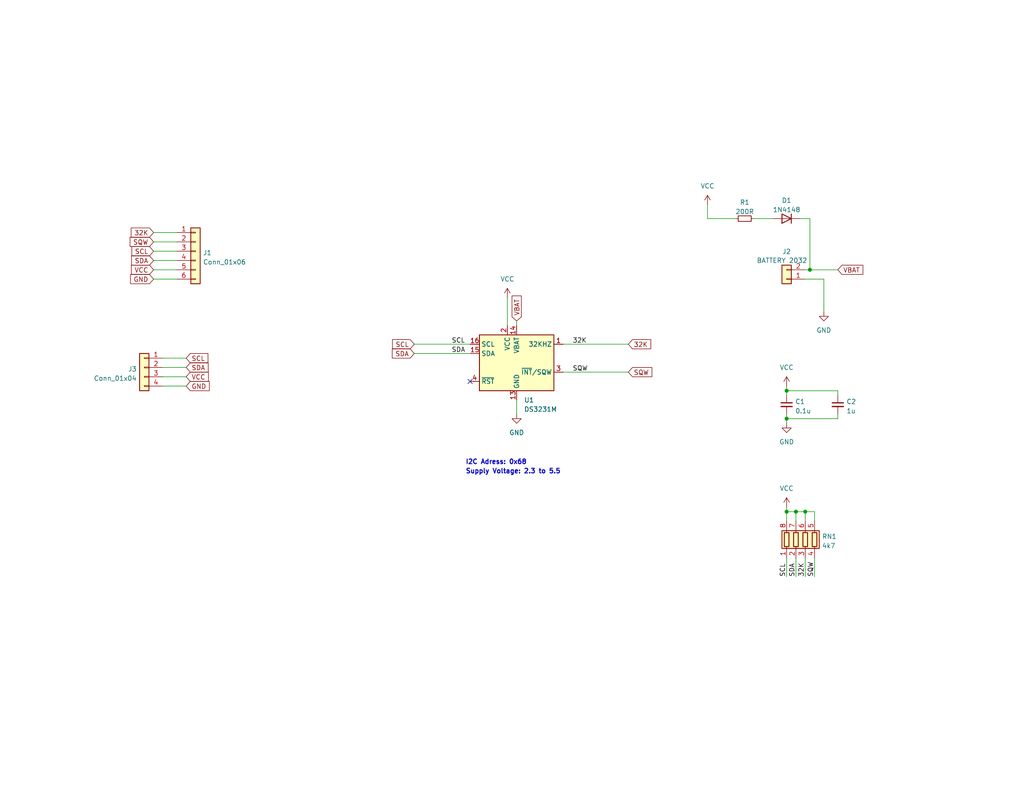
<source format=kicad_sch>
(kicad_sch (version 20211123) (generator eeschema)
  (paper "USLetter")
  (title_block (title "DS3231") (date "2022-09-25") (rev "1.0") (company "Cristóbal Cuevas Lagos"))
  (lib_symbols
    (symbol "Connector_Generic:Conn_01x02" (pin_names (offset 1.016) hide)
      (property "Reference" "J" (at 0 2.54 0))
      (property "Value" "Conn_01x02" (at 0 -5.08 0))
      (symbol "Conn_01x02_1_1"
        (rectangle (start -1.27 -2.413) (end 0 -2.667) (stroke (width 0.1524)))
        (rectangle (start -1.27 0.127) (end 0 -0.127) (stroke (width 0.1524)))
        (rectangle (start -1.27 1.27) (end 1.27 -3.81) (stroke (width 0.254)) (fill (type background)))
        (pin passive line (at -5.08 0 0) (length 3.81) (name "Pin_1") (number "1"))
        (pin passive line (at -5.08 -2.54 0) (length 3.81) (name "Pin_2") (number "2"))
      )
    )
    (symbol "Connector_Generic:Conn_01x04" (pin_names (offset 1.016) hide)
      (property "Reference" "J" (at 0 5.08 0))
      (property "Value" "Conn_01x04" (at 0 -7.62 0))
      (symbol "Conn_01x04_1_1"
        (rectangle (start -1.27 -4.953) (end 0 -5.207) (stroke (width 0.1524)))
        (rectangle (start -1.27 -2.413) (end 0 -2.667) (stroke (width 0.1524)))
        (rectangle (start -1.27 0.127) (end 0 -0.127) (stroke (width 0.1524)))
        (rectangle (start -1.27 2.667) (end 0 2.413) (stroke (width 0.1524)))
        (rectangle (start -1.27 3.81) (end 1.27 -6.35) (stroke (width 0.254)) (fill (type background)))
        (pin passive line (at -5.08 2.54 0) (length 3.81) (name "Pin_1") (number "1"))
        (pin passive line (at -5.08 0 0) (length 3.81) (name "Pin_2") (number "2"))
        (pin passive line (at -5.08 -2.54 0) (length 3.81) (name "Pin_3") (number "3"))
        (pin passive line (at -5.08 -5.08 0) (length 3.81) (name "Pin_4") (number "4"))
      )
    )
    (symbol "Connector_Generic:Conn_01x06" (pin_names (offset 1.016) hide)
      (property "Reference" "J" (at 0 7.62 0))
      (property "Value" "Conn_01x06" (at 0 -10.16 0))
      (symbol "Conn_01x06_1_1"
        (rectangle (start -1.27 -7.493) (end 0 -7.747) (stroke (width 0.1524)))
        (rectangle (start -1.27 -4.953) (end 0 -5.207) (stroke (width 0.1524)))
        (rectangle (start -1.27 -2.413) (end 0 -2.667) (stroke (width 0.1524)))
        (rectangle (start -1.27 0.127) (end 0 -0.127) (stroke (width 0.1524)))
        (rectangle (start -1.27 2.667) (end 0 2.413) (stroke (width 0.1524)))
        (rectangle (start -1.27 5.207) (end 0 4.953) (stroke (width 0.1524)))
        (rectangle (start -1.27 6.35) (end 1.27 -8.89) (stroke (width 0.254)) (fill (type background)))
        (pin passive line (at -5.08 5.08 0) (length 3.81) (name "Pin_1") (number "1"))
        (pin passive line (at -5.08 2.54 0) (length 3.81) (name "Pin_2") (number "2"))
        (pin passive line (at -5.08 0 0) (length 3.81) (name "Pin_3") (number "3"))
        (pin passive line (at -5.08 -2.54 0) (length 3.81) (name "Pin_4") (number "4"))
        (pin passive line (at -5.08 -5.08 0) (length 3.81) (name "Pin_5") (number "5"))
        (pin passive line (at -5.08 -7.62 0) (length 3.81) (name "Pin_6") (number "6"))
      )
    )
    (symbol "Device:C_Small" (pin_numbers hide) (pin_names (offset 0.254) hide)
      (property "Reference" "C" (at 0.254 1.778 0))
      (property "Value" "C_Small" (at 0.254 -2.032 0))
      (symbol "C_Small_0_1"
        (polyline (pts (xy -1.524 -0.508) (xy 1.524 -0.508)) (stroke (width 0.3302)))
        (polyline (pts (xy -1.524 0.508) (xy 1.524 0.508)) (stroke (width 0.3048)))
      )
      (symbol "C_Small_1_1"
        (pin passive line (at 0 2.54 270) (length 2.032) (name "~") (number "1"))
        (pin passive line (at 0 -2.54 90) (length 2.032) (name "~") (number "2"))
      )
    )
    (symbol "Device:R_Pack04" (pin_names (offset 0) hide)
      (property "Reference" "RN" (at -7.62 0 90))
      (property "Value" "R_Pack04" (at 5.08 0 90))
      (symbol "R_Pack04_0_1"
        (rectangle (start -6.35 -2.413) (end 3.81 2.413) (stroke (width 0.254)) (fill (type background)))
        (rectangle (start -5.715 1.905) (end -4.445 -1.905) (stroke (width 0.254)))
        (rectangle (start -3.175 1.905) (end -1.905 -1.905) (stroke (width 0.254)))
        (rectangle (start -0.635 1.905) (end 0.635 -1.905) (stroke (width 0.254)))
        (polyline (pts (xy -5.08 -2.54) (xy -5.08 -1.905)))
        (polyline (pts (xy -5.08 1.905) (xy -5.08 2.54)))
        (polyline (pts (xy -2.54 -2.54) (xy -2.54 -1.905)))
        (polyline (pts (xy -2.54 1.905) (xy -2.54 2.54)))
        (polyline (pts (xy 0 -2.54) (xy 0 -1.905)))
        (polyline (pts (xy 0 1.905) (xy 0 2.54)))
        (polyline (pts (xy 2.54 -2.54) (xy 2.54 -1.905)))
        (polyline (pts (xy 2.54 1.905) (xy 2.54 2.54)))
        (rectangle (start 1.905 1.905) (end 3.175 -1.905) (stroke (width 0.254)))
      )
      (symbol "R_Pack04_1_1"
        (pin passive line (at -5.08 -5.08 90) (length 2.54) (name "R1.1") (number "1"))
        (pin passive line (at -2.54 -5.08 90) (length 2.54) (name "R2.1") (number "2"))
        (pin passive line (at 0 -5.08 90) (length 2.54) (name "R3.1") (number "3"))
        (pin passive line (at 2.54 -5.08 90) (length 2.54) (name "R4.1") (number "4"))
        (pin passive line (at 2.54 5.08 270) (length 2.54) (name "R4.2") (number "5"))
        (pin passive line (at 0 5.08 270) (length 2.54) (name "R3.2") (number "6"))
        (pin passive line (at -2.54 5.08 270) (length 2.54) (name "R2.2") (number "7"))
        (pin passive line (at -5.08 5.08 270) (length 2.54) (name "R1.2") (number "8"))
      )
    )
    (symbol "Device:R_Small" (pin_numbers hide) (pin_names (offset 0.254) hide)
      (property "Reference" "R" (at 0.762 0.508 0))
      (property "Value" "R_Small" (at 0.762 -1.016 0))
      (symbol "R_Small_0_1"
        (rectangle (start -0.762 1.778) (end 0.762 -1.778) (stroke (width 0.2032)))
      )
      (symbol "R_Small_1_1"
        (pin passive line (at 0 2.54 270) (length 0.762) (name "~") (number "1"))
        (pin passive line (at 0 -2.54 90) (length 0.762) (name "~") (number "2"))
      )
    )
    (symbol "Diode:1N4148" (pin_numbers hide) (pin_names (offset 1.016) hide)
      (property "Reference" "D" (at 0 2.54 0))
      (property "Value" "1N4148" (at 0 -2.54 0))
      (symbol "1N4148_0_1"
        (polyline (pts (xy -1.27 1.27) (xy -1.27 -1.27)) (stroke (width 0.254)))
        (polyline (pts (xy 1.27 0) (xy -1.27 0)))
        (polyline (pts (xy 1.27 1.27) (xy 1.27 -1.27) (xy -1.27 0) (xy 1.27 1.27)) (stroke (width 0.254)))
      )
      (symbol "1N4148_1_1"
        (pin passive line (at -3.81 0 0) (length 2.54) (name "K") (number "1"))
        (pin passive line (at 3.81 0 180) (length 2.54) (name "A") (number "2"))
      )
    )
    (symbol "Timer_RTC:DS3231M"
      (property "Reference" "U" (at -7.62 8.89 0))
      (property "Value" "DS3231M" (at 10.16 8.89 0))
      (symbol "DS3231M_0_1"
        (rectangle (start -10.16 7.62) (end 10.16 -7.62) (stroke (width 0.254)) (fill (type background)))
      )
      (symbol "DS3231M_1_1"
        (pin open_collector line (at 12.7 5.08 180) (length 2.54) (name "32KHZ") (number "1"))
        (pin passive line (at 0 -10.16 90) (length 2.54) hide (name "GND") (number "10"))
        (pin passive line (at 0 -10.16 90) (length 2.54) hide (name "GND") (number "11"))
        (pin passive line (at 0 -10.16 90) (length 2.54) hide (name "GND") (number "12"))
        (pin power_in line (at 0 -10.16 90) (length 2.54) (name "GND") (number "13"))
        (pin power_in line (at 0 10.16 270) (length 2.54) (name "VBAT") (number "14"))
        (pin bidirectional line (at -12.7 2.54 0) (length 2.54) (name "SDA") (number "15"))
        (pin input line (at -12.7 5.08 0) (length 2.54) (name "SCL") (number "16"))
        (pin power_in line (at -2.54 10.16 270) (length 2.54) (name "VCC") (number "2"))
        (pin open_collector line (at 12.7 -2.54 180) (length 2.54) (name "~{INT}/SQW") (number "3"))
        (pin bidirectional line (at -12.7 -5.08 0) (length 2.54) (name "~{RST}") (number "4"))
        (pin passive line (at 0 -10.16 90) (length 2.54) hide (name "GND") (number "5"))
        (pin passive line (at 0 -10.16 90) (length 2.54) hide (name "GND") (number "6"))
        (pin passive line (at 0 -10.16 90) (length 2.54) hide (name "GND") (number "7"))
        (pin passive line (at 0 -10.16 90) (length 2.54) hide (name "GND") (number "8"))
        (pin passive line (at 0 -10.16 90) (length 2.54) hide (name "GND") (number "9"))
      )
    )
    (symbol "power:GND" (power) (pin_names (offset 0))
      (property "Value" "GND" (at 0 -3.81 0))
      (symbol "GND_0_1"
        (polyline (pts (xy 0 0) (xy 0 -1.27) (xy 1.27 -1.27) (xy 0 -2.54) (xy -1.27 -1.27) (xy 0 -1.27)))
      )
      (symbol "GND_1_1"
        (pin power_in line (at 0 0 270) (length 0) hide (name "GND") (number "1"))
      )
    )
    (symbol "power:VCC" (power) (pin_names (offset 0))
      (property "Value" "VCC" (at 0 3.81 0))
      (symbol "VCC_0_1"
        (polyline (pts (xy -0.762 1.27) (xy 0 2.54)))
        (polyline (pts (xy 0 0) (xy 0 2.54)))
        (polyline (pts (xy 0 2.54) (xy 0.762 1.27)))
      )
      (symbol "VCC_1_1"
        (pin power_in line (at 0 0 90) (length 0) hide (name "VCC") (number "1"))
      )
    )
  )
  (junction (at 217.17 139.7))
  (junction (at 214.63 139.7))
  (junction (at 214.63 114.3))
  (junction (at 219.71 139.7))
  (junction (at 214.63 106.68))
  (junction (at 220.98 73.66))
  (no_connect (at 128.27 104.14))
  (wire (pts (xy 113.03 93.98) (xy 128.27 93.98)))
  (wire (pts (xy 41.91 76.2) (xy 48.26 76.2)))
  (wire (pts (xy 41.91 68.58) (xy 48.26 68.58)))
  (wire (pts (xy 214.63 152.4) (xy 214.63 157.48)))
  (wire (pts (xy 219.71 76.2) (xy 224.79 76.2)))
  (wire (pts (xy 228.6 107.95) (xy 228.6 106.68)))
  (wire (pts (xy 222.25 142.24) (xy 222.25 139.7)))
  (wire (pts (xy 50.8 102.87) (xy 44.45 102.87)))
  (wire (pts (xy 50.8 105.41) (xy 44.45 105.41)))
  (wire (pts (xy 193.04 59.69) (xy 200.66 59.69)))
  (wire (pts (xy 41.91 66.04) (xy 48.26 66.04)))
  (wire (pts (xy 218.44 59.69) (xy 220.98 59.69)))
  (wire (pts (xy 214.63 138.43) (xy 214.63 139.7)))
  (wire (pts (xy 214.63 139.7) (xy 217.17 139.7)))
  (wire (pts (xy 50.8 97.79) (xy 44.45 97.79)))
  (wire (pts (xy 41.91 63.5) (xy 48.26 63.5)))
  (wire (pts (xy 224.79 76.2) (xy 224.79 85.09)))
  (wire (pts (xy 219.71 139.7) (xy 222.25 139.7)))
  (wire (pts (xy 140.97 109.22) (xy 140.97 113.03)))
  (wire (pts (xy 41.91 71.12) (xy 48.26 71.12)))
  (wire (pts (xy 217.17 152.4) (xy 217.17 157.48)))
  (wire (pts (xy 219.71 73.66) (xy 220.98 73.66)))
  (wire (pts (xy 113.03 96.52) (xy 128.27 96.52)))
  (wire (pts (xy 214.63 114.3) (xy 214.63 115.57)))
  (wire (pts (xy 217.17 139.7) (xy 219.71 139.7)))
  (wire (pts (xy 214.63 106.68) (xy 228.6 106.68)))
  (wire (pts (xy 153.67 93.98) (xy 171.45 93.98)))
  (wire (pts (xy 222.25 152.4) (xy 222.25 157.48)))
  (wire (pts (xy 50.8 100.33) (xy 44.45 100.33)))
  (wire (pts (xy 138.43 81.28) (xy 138.43 88.9)))
  (wire (pts (xy 41.91 73.66) (xy 48.26 73.66)))
  (wire (pts (xy 205.74 59.69) (xy 210.82 59.69)))
  (wire (pts (xy 220.98 59.69) (xy 220.98 73.66)))
  (wire (pts (xy 214.63 105.41) (xy 214.63 106.68)))
  (wire (pts (xy 228.6 113.03) (xy 228.6 114.3)))
  (wire (pts (xy 193.04 55.88) (xy 193.04 59.69)))
  (wire (pts (xy 140.97 87.63) (xy 140.97 88.9)))
  (wire (pts (xy 214.63 106.68) (xy 214.63 107.95)))
  (wire (pts (xy 214.63 114.3) (xy 228.6 114.3)))
  (wire (pts (xy 217.17 139.7) (xy 217.17 142.24)))
  (wire (pts (xy 219.71 139.7) (xy 219.71 142.24)))
  (wire (pts (xy 219.71 152.4) (xy 219.71 157.48)))
  (wire (pts (xy 153.67 101.6) (xy 171.45 101.6)))
  (wire (pts (xy 220.98 73.66) (xy 228.6 73.66)))
  (wire (pts (xy 214.63 113.03) (xy 214.63 114.3)))
  (wire (pts (xy 214.63 139.7) (xy 214.63 142.24)))
  (text "I2C Adress: 0x68" (at 127 127 0) (effects (font (size 1.27 1.27) (thickness 0.254) bold) (justify left bottom)))
  (text "Supply Voltage: 2.3 to 5.5" (at 127 129.54 0) (effects (font (size 1.27 1.27) (thickness 0.254) bold) (justify left bottom)))
  (label "SDA" (at 123.19 96.52 0))
  (label "SQW" (at 222.25 157.48 90))
  (label "SQW" (at 156.21 101.6 0))
  (label "32K" (at 156.21 93.98 0))
  (label "SCL" (at 214.63 157.48 90))
  (label "SCL" (at 123.19 93.98 0))
  (label "SDA" (at 217.17 157.48 90))
  (label "32K" (at 219.71 157.48 90))
  (global_label "32K" (shape input) (at 171.45 93.98 0) (property "Intersheet References" "${INTERSHEET_REFS}" (effects hide)))
  (global_label "SCL" (shape input) (at 41.91 68.58 180) (property "Intersheet References" "${INTERSHEET_REFS}" (effects hide)))
  (global_label "VCC" (shape input) (at 41.91 73.66 180) (property "Intersheet References" "${INTERSHEET_REFS}" (effects hide)))
  (global_label "GND" (shape input) (at 41.91 76.2 180) (property "Intersheet References" "${INTERSHEET_REFS}" (effects hide)))
  (global_label "SQW" (shape input) (at 171.45 101.6 0) (property "Intersheet References" "${INTERSHEET_REFS}" (effects hide)))
  (global_label "SDA" (shape input) (at 113.03 96.52 180) (property "Intersheet References" "${INTERSHEET_REFS}" (effects hide)))
  (global_label "VBAT" (shape input) (at 228.6 73.66 0) (property "Intersheet References" "${INTERSHEET_REFS}" (effects hide)))
  (global_label "SCL" (shape input) (at 50.8 97.79 0) (property "Intersheet References" "${INTERSHEET_REFS}" (effects hide)))
  (global_label "32K" (shape input) (at 41.91 63.5 180) (property "Intersheet References" "${INTERSHEET_REFS}" (effects hide)))
  (global_label "VCC" (shape input) (at 50.8 102.87 0) (property "Intersheet References" "${INTERSHEET_REFS}" (effects hide)))
  (global_label "GND" (shape input) (at 50.8 105.41 0) (property "Intersheet References" "${INTERSHEET_REFS}" (effects hide)))
  (global_label "VBAT" (shape input) (at 140.97 87.63 90) (property "Intersheet References" "${INTERSHEET_REFS}" (effects hide)))
  (global_label "SDA" (shape input) (at 41.91 71.12 180) (property "Intersheet References" "${INTERSHEET_REFS}" (effects hide)))
  (global_label "SQW" (shape input) (at 41.91 66.04 180) (property "Intersheet References" "${INTERSHEET_REFS}" (effects hide)))
  (global_label "SDA" (shape input) (at 50.8 100.33 0) (property "Intersheet References" "${INTERSHEET_REFS}" (effects hide)))
  (global_label "SCL" (shape input) (at 113.03 93.98 180) (property "Intersheet References" "${INTERSHEET_REFS}" (effects hide)))
  (symbol (lib_id "power:GND") (at 214.63 115.57 0) (unit 1)
    (property "Reference" "#PWR06" (effects hide))
    (property "Value" "GND" (at 214.63 120.65 0))
  )
  (symbol (lib_id "Connector_Generic:Conn_01x02") (at 214.63 76.2 180) (unit 1)
    (property "Reference" "J2" (at 214.63 68.6902 0))
    (property "Value" "BATTERY 2032" (at 213.36 71.12 0))
  )
  (symbol (lib_id "Device:C_Small") (at 228.6 110.49 0) (unit 1)
    (property "Reference" "C2" (at 230.9241 109.6616 0) (effects (justify left)))
    (property "Value" "1u" (at 230.9241 112.1985 0) (effects (justify left)))
    (property "Footprint" "Capacitor_SMD:C_0805_2012Metric" (effects hide))
  )
  (symbol (lib_id "power:VCC") (at 193.04 55.88 0) (unit 1)
    (property "Reference" "#PWR01" (effects hide))
    (property "Value" "VCC" (at 193.04 50.8 0))
  )
  (symbol (lib_id "power:VCC") (at 138.43 81.28 0) (unit 1)
    (property "Reference" "#PWR02" (effects hide))
    (property "Value" "VCC" (at 138.43 76.2 0))
  )
  (symbol (lib_id "Connector_Generic:Conn_01x06") (at 53.34 68.58 0) (unit 1)
    (property "Reference" "J1" (at 55.372 69.0153 0) (effects (justify left)))
    (property "Value" "Conn_01x06" (at 55.372 71.5522 0) (effects (justify left)))
    (property "Footprint" "Connector_PinHeader_2.54mm:PinHeader_1x06_P2.54mm_Vertical_SMD_Pin1Left" (effects hide))
  )
  (symbol (lib_id "power:GND") (at 224.79 85.09 0) (unit 1)
    (property "Reference" "#PWR03" (effects hide))
    (property "Value" "GND" (at 224.79 90.17 0))
  )
  (symbol (lib_id "Timer_RTC:DS3231M") (at 140.97 99.06 0) (unit 1)
    (property "Reference" "U1" (at 142.9894 109.22 0) (effects (justify left)))
    (property "Value" "DS3231M" (at 142.9894 111.76 0) (effects (justify left)))
    (property "Footprint" "Package_SO:SOIC-16W_7.5x10.3mm_P1.27mm" (effects hide))
    (property "Datasheet" "http://datasheets.maximintegrated.com/en/ds/DS3231.pdf" (effects hide))
  )
  (symbol (lib_id "power:VCC") (at 214.63 138.43 0) (unit 1)
    (property "Reference" "#PWR07" (effects hide))
    (property "Value" "VCC" (at 214.63 133.35 0))
  )
  (symbol (lib_id "Diode:1N4148") (at 214.63 59.69 180) (unit 1)
    (property "Reference" "D1" (at 214.63 54.7202 0))
    (property "Value" "1N4148" (at 214.63 57.2571 0))
    (property "Footprint" "Diode_THT:D_DO-35_SOD27_P7.62mm_Horizontal" (effects hide))
    (property "Datasheet" "https://assets.nexperia.com/documents/data-sheet/1N4148_1N4448.pdf" (effects hide))
  )
  (symbol (lib_id "Device:R_Pack04") (at 219.71 147.32 0) (unit 1)
    (property "Reference" "RN1" (at 224.282 146.4853 0) (effects (justify left)))
    (property "Value" "4k7" (at 224.282 149.0222 0) (effects (justify left)))
    (property "Footprint" "Resistor_SMD:R_Array_Concave_4x0603" (effects hide))
  )
  (symbol (lib_id "Device:R_Small") (at 203.2 59.69 90) (unit 1)
    (property "Reference" "R1" (at 203.2 55.2536 90))
    (property "Value" "200R" (at 203.2 57.7905 90))
    (property "Footprint" "Resistor_SMD:R_0805_2012Metric" (effects hide))
  )
  (symbol (lib_id "Device:C_Small") (at 214.63 110.49 0) (unit 1)
    (property "Reference" "C1" (at 216.9541 109.6616 0) (effects (justify left)))
    (property "Value" "0.1u" (at 216.9541 112.1985 0) (effects (justify left)))
    (property "Footprint" "Capacitor_SMD:C_0805_2012Metric" (effects hide))
  )
  (symbol (lib_id "power:VCC") (at 214.63 105.41 0) (unit 1)
    (property "Reference" "#PWR04" (effects hide))
    (property "Value" "VCC" (at 214.63 100.33 0))
  )
  (symbol (lib_id "power:GND") (at 140.97 113.03 0) (unit 1)
    (property "Reference" "#PWR05" (effects hide))
    (property "Value" "GND" (at 140.97 118.11 0))
  )
  (symbol (lib_id "Connector_Generic:Conn_01x04") (at 39.37 100.33 0) (mirror y) (unit 1)
    (property "Reference" "J3" (at 37.338 100.7653 0) (effects (justify left)))
    (property "Value" "Conn_01x04" (at 37.338 103.3022 0) (effects (justify left)))
    (property "Footprint" "Connector_PinHeader_2.54mm:PinHeader_1x04_P2.54mm_Vertical_SMD_Pin1Left" (effects hide))
  )
)
</source>
